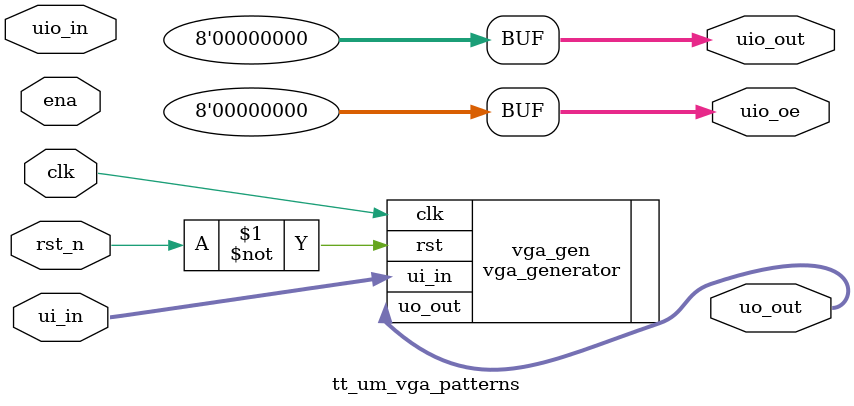
<source format=v>
`default_nettype none

module tt_um_vga_patterns (
    input  wire [7:0] ui_in,    // Dedicated inputs
    output wire [7:0] uo_out,   // Dedicated outputs
    input  wire [7:0] uio_in,   // Bidirectional I/O (unused)
    output wire [7:0] uio_out,  // Bidirectional I/O (unused)
    output wire [7:0] uio_oe,   // Bidirectional I/O (unused)
    input  wire       ena,
    input  wire       clk,
    input  wire       rst_n
);

    // --- Unused Bidirectional I/O ---
    // Tie all uio outputs to 0 and set them as inputs
    assign uio_out = 8'b0;
    assign uio_oe = 8'b0;

    // --- Instantiate our VGA Generator ---
    // The core of our design
    vga_generator vga_gen (
        .clk(clk),
        .rst(~rst_n), // Project uses active-high reset
        .ui_in(ui_in),
        .uo_out(uo_out)
    );

endmodule
</source>
